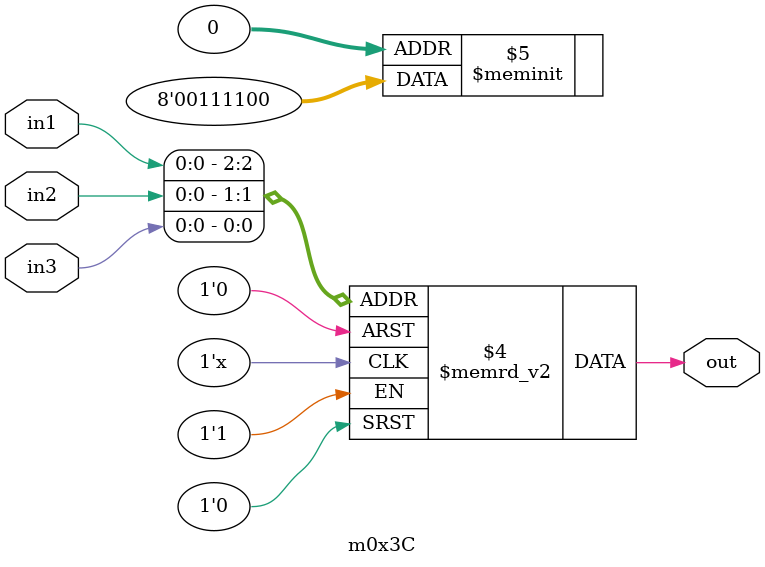
<source format=v>
module m0x3C(output out, input in1, in2, in3);

   always @(in1, in2, in3)
     begin
        case({in1, in2, in3})
          3'b000: {out} = 1'b0;
          3'b001: {out} = 1'b0;
          3'b010: {out} = 1'b1;
          3'b011: {out} = 1'b1;
          3'b100: {out} = 1'b1;
          3'b101: {out} = 1'b1;
          3'b110: {out} = 1'b0;
          3'b111: {out} = 1'b0;
        endcase // case ({in1, in2, in3})
     end // always @ (in1, in2, in3)

endmodule // m0x3C
</source>
